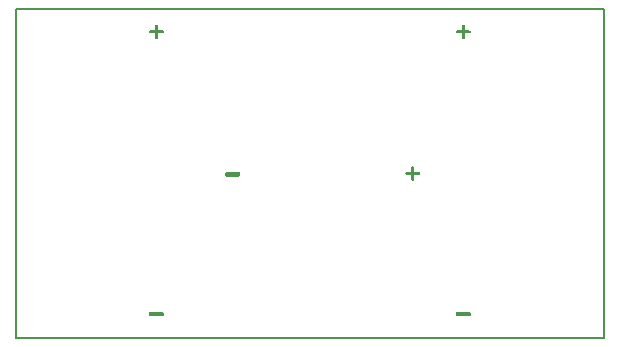
<source format=gbo>
G04 MADE WITH FRITZING*
G04 WWW.FRITZING.ORG*
G04 DOUBLE SIDED*
G04 HOLES PLATED*
G04 CONTOUR ON CENTER OF CONTOUR VECTOR*
%ASAXBY*%
%FSLAX23Y23*%
%MOIN*%
%OFA0B0*%
%SFA1.0B1.0*%
%ADD10R,1.968500X1.102360X1.952500X1.086360*%
%ADD11C,0.008000*%
%ADD12R,0.001000X0.001000*%
%LNSILK0*%
G90*
G70*
G54D11*
X4Y1098D02*
X1965Y1098D01*
X1965Y4D01*
X4Y4D01*
X4Y1098D01*
D02*
G54D12*
X470Y1046D02*
X474Y1046D01*
X1493Y1046D02*
X1497Y1046D01*
X468Y1045D02*
X475Y1045D01*
X1492Y1045D02*
X1498Y1045D01*
X468Y1044D02*
X476Y1044D01*
X1491Y1044D02*
X1499Y1044D01*
X467Y1043D02*
X476Y1043D01*
X1491Y1043D02*
X1499Y1043D01*
X467Y1042D02*
X476Y1042D01*
X1491Y1042D02*
X1500Y1042D01*
X467Y1041D02*
X476Y1041D01*
X1491Y1041D02*
X1500Y1041D01*
X467Y1040D02*
X476Y1040D01*
X1491Y1040D02*
X1500Y1040D01*
X467Y1039D02*
X476Y1039D01*
X1491Y1039D02*
X1500Y1039D01*
X467Y1038D02*
X476Y1038D01*
X1491Y1038D02*
X1500Y1038D01*
X467Y1037D02*
X476Y1037D01*
X1491Y1037D02*
X1500Y1037D01*
X467Y1036D02*
X476Y1036D01*
X1491Y1036D02*
X1500Y1036D01*
X467Y1035D02*
X476Y1035D01*
X1491Y1035D02*
X1500Y1035D01*
X467Y1034D02*
X476Y1034D01*
X1491Y1034D02*
X1500Y1034D01*
X467Y1033D02*
X476Y1033D01*
X1491Y1033D02*
X1500Y1033D01*
X467Y1032D02*
X476Y1032D01*
X1491Y1032D02*
X1500Y1032D01*
X467Y1031D02*
X476Y1031D01*
X1491Y1031D02*
X1500Y1031D01*
X467Y1030D02*
X476Y1030D01*
X1491Y1030D02*
X1500Y1030D01*
X467Y1029D02*
X476Y1029D01*
X1491Y1029D02*
X1500Y1029D01*
X467Y1028D02*
X476Y1028D01*
X1491Y1028D02*
X1500Y1028D01*
X452Y1027D02*
X492Y1027D01*
X1475Y1027D02*
X1515Y1027D01*
X449Y1026D02*
X494Y1026D01*
X1473Y1026D02*
X1518Y1026D01*
X448Y1025D02*
X495Y1025D01*
X1472Y1025D02*
X1518Y1025D01*
X448Y1024D02*
X496Y1024D01*
X1471Y1024D02*
X1519Y1024D01*
X448Y1023D02*
X496Y1023D01*
X1471Y1023D02*
X1519Y1023D01*
X447Y1022D02*
X496Y1022D01*
X1471Y1022D02*
X1519Y1022D01*
X448Y1021D02*
X496Y1021D01*
X1471Y1021D02*
X1519Y1021D01*
X448Y1020D02*
X496Y1020D01*
X1471Y1020D02*
X1519Y1020D01*
X449Y1019D02*
X495Y1019D01*
X1472Y1019D02*
X1518Y1019D01*
X450Y1018D02*
X494Y1018D01*
X1473Y1018D02*
X1517Y1018D01*
X467Y1017D02*
X477Y1017D01*
X1490Y1017D02*
X1500Y1017D01*
X467Y1016D02*
X476Y1016D01*
X1491Y1016D02*
X1500Y1016D01*
X467Y1015D02*
X476Y1015D01*
X1491Y1015D02*
X1500Y1015D01*
X467Y1014D02*
X476Y1014D01*
X1491Y1014D02*
X1500Y1014D01*
X467Y1013D02*
X476Y1013D01*
X1491Y1013D02*
X1500Y1013D01*
X467Y1012D02*
X476Y1012D01*
X1491Y1012D02*
X1500Y1012D01*
X467Y1011D02*
X476Y1011D01*
X1491Y1011D02*
X1500Y1011D01*
X467Y1010D02*
X476Y1010D01*
X1491Y1010D02*
X1500Y1010D01*
X467Y1009D02*
X476Y1009D01*
X1491Y1009D02*
X1500Y1009D01*
X467Y1008D02*
X476Y1008D01*
X1491Y1008D02*
X1500Y1008D01*
X467Y1007D02*
X476Y1007D01*
X1491Y1007D02*
X1500Y1007D01*
X467Y1006D02*
X476Y1006D01*
X1491Y1006D02*
X1500Y1006D01*
X467Y1005D02*
X476Y1005D01*
X1491Y1005D02*
X1500Y1005D01*
X467Y1004D02*
X476Y1004D01*
X1491Y1004D02*
X1500Y1004D01*
X467Y1003D02*
X476Y1003D01*
X1491Y1003D02*
X1500Y1003D01*
X467Y1002D02*
X476Y1002D01*
X1491Y1002D02*
X1500Y1002D01*
X468Y1001D02*
X476Y1001D01*
X1491Y1001D02*
X1499Y1001D01*
X468Y1000D02*
X476Y1000D01*
X1491Y1000D02*
X1499Y1000D01*
X469Y999D02*
X475Y999D01*
X1492Y999D02*
X1498Y999D01*
X470Y998D02*
X474Y998D01*
X1493Y998D02*
X1497Y998D01*
X1324Y574D02*
X1328Y574D01*
X1323Y573D02*
X1330Y573D01*
X1322Y572D02*
X1330Y572D01*
X1322Y571D02*
X1331Y571D01*
X1322Y570D02*
X1331Y570D01*
X1322Y569D02*
X1331Y569D01*
X1322Y568D02*
X1331Y568D01*
X1322Y567D02*
X1331Y567D01*
X1322Y566D02*
X1331Y566D01*
X1322Y565D02*
X1331Y565D01*
X1322Y564D02*
X1331Y564D01*
X1322Y563D02*
X1331Y563D01*
X1322Y562D02*
X1331Y562D01*
X1322Y561D02*
X1331Y561D01*
X1322Y560D02*
X1331Y560D01*
X1322Y559D02*
X1331Y559D01*
X1322Y558D02*
X1331Y558D01*
X1322Y557D02*
X1331Y557D01*
X1322Y556D02*
X1331Y556D01*
X706Y555D02*
X746Y555D01*
X1306Y555D02*
X1346Y555D01*
X704Y554D02*
X749Y554D01*
X1304Y554D02*
X1349Y554D01*
X703Y553D02*
X750Y553D01*
X1303Y553D02*
X1350Y553D01*
X702Y552D02*
X750Y552D01*
X1302Y552D02*
X1350Y552D01*
X702Y551D02*
X751Y551D01*
X1302Y551D02*
X1350Y551D01*
X702Y550D02*
X751Y550D01*
X1302Y550D02*
X1351Y550D01*
X702Y549D02*
X751Y549D01*
X1302Y549D02*
X1350Y549D01*
X702Y548D02*
X751Y548D01*
X1302Y548D02*
X1350Y548D01*
X702Y547D02*
X751Y547D01*
X1303Y547D02*
X1349Y547D01*
X702Y546D02*
X751Y546D01*
X1304Y546D02*
X1348Y546D01*
X702Y545D02*
X751Y545D01*
X1321Y545D02*
X1331Y545D01*
X702Y544D02*
X750Y544D01*
X1322Y544D02*
X1331Y544D01*
X703Y543D02*
X750Y543D01*
X1322Y543D02*
X1331Y543D01*
X704Y542D02*
X749Y542D01*
X1322Y542D02*
X1331Y542D01*
X706Y541D02*
X747Y541D01*
X1322Y541D02*
X1331Y541D01*
X1322Y540D02*
X1331Y540D01*
X1322Y539D02*
X1331Y539D01*
X1322Y538D02*
X1331Y538D01*
X1322Y537D02*
X1331Y537D01*
X1322Y536D02*
X1331Y536D01*
X1322Y535D02*
X1331Y535D01*
X1322Y534D02*
X1331Y534D01*
X1322Y533D02*
X1331Y533D01*
X1322Y532D02*
X1331Y532D01*
X1322Y531D02*
X1331Y531D01*
X1322Y530D02*
X1331Y530D01*
X1322Y529D02*
X1331Y529D01*
X1322Y528D02*
X1330Y528D01*
X1323Y527D02*
X1330Y527D01*
X1324Y526D02*
X1328Y526D01*
X450Y88D02*
X494Y88D01*
X1473Y88D02*
X1517Y88D01*
X449Y87D02*
X495Y87D01*
X1472Y87D02*
X1518Y87D01*
X448Y86D02*
X496Y86D01*
X1471Y86D02*
X1519Y86D01*
X448Y85D02*
X496Y85D01*
X1471Y85D02*
X1519Y85D01*
X448Y84D02*
X496Y84D01*
X1471Y84D02*
X1519Y84D01*
X448Y83D02*
X496Y83D01*
X1471Y83D02*
X1519Y83D01*
X448Y82D02*
X496Y82D01*
X1471Y82D02*
X1519Y82D01*
X448Y81D02*
X496Y81D01*
X1471Y81D02*
X1519Y81D01*
X448Y80D02*
X496Y80D01*
X1471Y80D02*
X1519Y80D01*
X448Y79D02*
X496Y79D01*
X1471Y79D02*
X1519Y79D01*
X448Y78D02*
X496Y78D01*
X1471Y78D02*
X1519Y78D01*
X448Y77D02*
X496Y77D01*
X1471Y77D02*
X1519Y77D01*
X449Y76D02*
X495Y76D01*
X1472Y76D02*
X1518Y76D01*
X450Y75D02*
X494Y75D01*
X1473Y75D02*
X1517Y75D01*
D02*
G04 End of Silk0*
M02*
</source>
